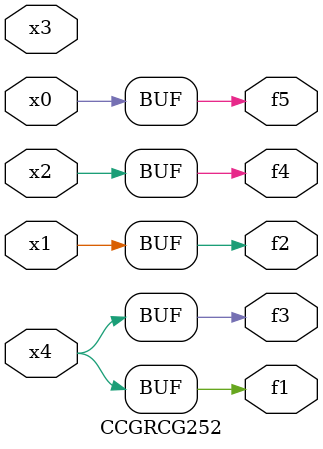
<source format=v>
module CCGRCG252(
	input x0, x1, x2, x3, x4,
	output f1, f2, f3, f4, f5
);
	assign f1 = x4;
	assign f2 = x1;
	assign f3 = x4;
	assign f4 = x2;
	assign f5 = x0;
endmodule

</source>
